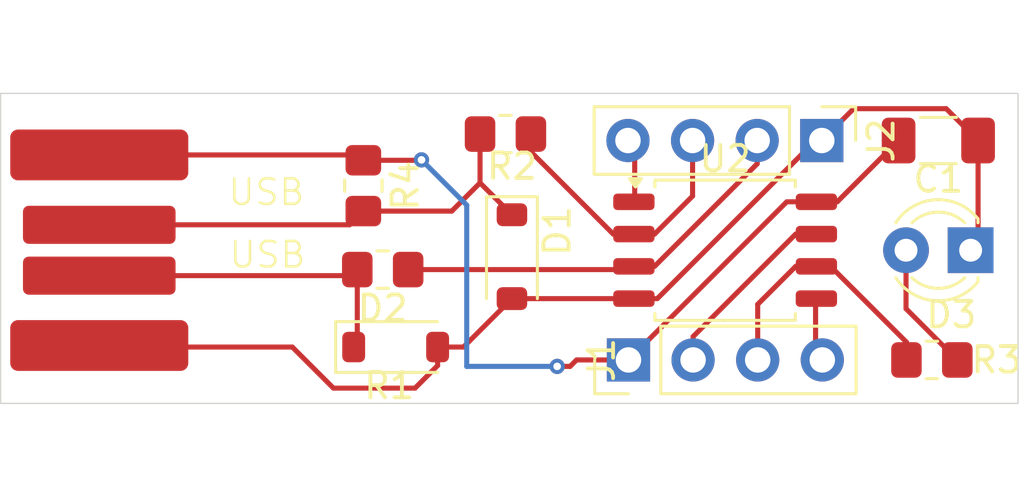
<source format=kicad_pcb>
(kicad_pcb (version 20241229) (generator "pcbnew") (generator_version "9.0")
  (layers (0 "F.Cu" signal) (2 "B.Cu" signal) (13 "F.Paste" user) (15 "B.Paste" user) (5 "F.SilkS" user "F.Silkscreen") (7 "B.SilkS" user "B.Silkscreen") (1 "F.Mask" user) (3 "B.Mask" user) (25 "Edge.Cuts" user))
  (net 0 "")
  (net 1 "GND")
  (net 2 "+5V")
  (net 3 "Net-(D1-K)")
  (net 4 "Net-(D2-K)")
  (net 5 "Net-(D3-A)")
  (net 6 "Net-(J1-Pin_4)")
  (net 7 "Net-(J1-Pin_2)")
  (net 8 "Net-(J1-Pin_3)")
  (net 9 "Net-(J2-Pin_4)")
  (net 10 "Net-(J2-Pin_3)")
  (net 11 "Net-(J2-Pin_2)")
  (footprint "Resistor_SMD:R_0805_2012Metric_Pad1.20x1.40mm_HandSolder" (layer "F.Cu") (at 180.848 88.9 180)
    (property "Reference" "R2" (at -0.254 -1.27 0) (layer "F.SilkS"))
    (property "Value" "68R")
    (fp_line (start -0.227064 0.735) (end 0.227064 0.735) (stroke (width 0.12)) (layer "F.SilkS"))
    (fp_line (start -0.227064 -0.735) (end 0.227064 -0.735) (stroke (width 0.12)) (layer "F.SilkS"))
    (pad "1" smd roundrect (at -1 0 180) (size 1.2 1.4) (layers "F.Cu" "F.Mask" "F.Paste") (roundrect_rratio 0.208333) (net 10 "Net-(J2-Pin_3)"))
    (pad "2" smd roundrect (at 1 0 180) (size 1.2 1.4) (layers "F.Cu" "F.Mask" "F.Paste") (roundrect_rratio 0.208333) (net 3 "Net-(D1-K)"))
  )
  (footprint "LED_THT:LED_D3.0mm" (layer "F.Cu") (at 199.136 93.472 180)
    (property "Reference" "D3" (at 0.762 -2.54 0) (layer "F.SilkS"))
    (property "Value" "LED")
    (fp_line (start -0.29 1.08) (end -0.29 1.236) (stroke (width 0.12)) (layer "F.SilkS"))
    (fp_line (start -0.29 -1.236) (end -0.29 -1.08) (stroke (width 0.12)) (layer "F.SilkS"))
    (fp_arc (start 2.941397 1.080061) (mid 1.365624 1.987701) (end -0.29 1.235516) (stroke (width 0.12)) (layer "F.SilkS"))
    (fp_arc (start 2.31091 1.080049) (mid 1.269964 1.5) (end 0.229039 1.08) (stroke (width 0.12)) (layer "F.SilkS"))
    (fp_arc (start 0.229039 -1.08) (mid 1.269964 -1.5) (end 2.31091 -1.080049) (stroke (width 0.12)) (layer "F.SilkS"))
    (fp_arc (start -0.29 -1.235516) (mid 1.365624 -1.987701) (end 2.941397 -1.080061) (stroke (width 0.12)) (layer "F.SilkS"))
    (pad "1" thru_hole rect (at 0 0 180) (size 1.8 1.8) (drill 0.9) (layers "*.Cu" "*.Mask") (net 1 "GND"))
    (pad "2" thru_hole circle (at 2.54 0 180) (size 1.8 1.8) (drill 0.9) (layers "*.Cu" "*.Mask") (net 5 "Net-(D3-A)"))
  )
  (footprint "Resistor_SMD:R_0805_2012Metric_Pad1.20x1.40mm_HandSolder" (layer "F.Cu") (at 176.022 94.234 180)
    (property "Reference" "R1" (at -0.254 -4.572 0) (layer "F.SilkS"))
    (property "Value" "68R")
    (fp_line (start -0.227064 0.735) (end 0.227064 0.735) (stroke (width 0.12)) (layer "F.SilkS"))
    (fp_line (start -0.227064 -0.735) (end 0.227064 -0.735) (stroke (width 0.12)) (layer "F.SilkS"))
    (pad "1" smd roundrect (at -1 0 180) (size 1.2 1.4) (layers "F.Cu" "F.Mask" "F.Paste") (roundrect_rratio 0.208333) (net 11 "Net-(J2-Pin_2)"))
    (pad "2" smd roundrect (at 1 0 180) (size 1.2 1.4) (layers "F.Cu" "F.Mask" "F.Paste") (roundrect_rratio 0.208333) (net 4 "Net-(D2-K)"))
  )
  (footprint "Capacitor_SMD:C_1206_3216Metric_Pad1.33x1.80mm_HandSolder" (layer "F.Cu") (at 197.866 89.154)
    (property "Reference" "C1" (at 0 1.524 0) (layer "F.SilkS"))
    (property "Value" "100n")
    (fp_line (start -0.711252 -0.91) (end 0.711252 -0.91) (stroke (width 0.12)) (layer "F.SilkS"))
    (fp_line (start -0.711252 0.91) (end 0.711252 0.91) (stroke (width 0.12)) (layer "F.SilkS"))
    (pad "1" smd roundrect (at -1.5625 0) (size 1.325 1.8) (layers "F.Cu" "F.Mask" "F.Paste") (roundrect_rratio 0.188679) (net 2 "+5V"))
    (pad "2" smd roundrect (at 1.5625 0) (size 1.325 1.8) (layers "F.Cu" "F.Mask" "F.Paste") (roundrect_rratio 0.188679) (net 1 "GND"))
  )
  (footprint "Resistor_SMD:R_0805_2012Metric_Pad1.20x1.40mm_HandSolder" (layer "F.Cu") (at 175.26 90.932 -90)
    (property "Reference" "R4" (at 0 -1.65 90) (layer "F.SilkS"))
    (property "Value" "1k5")
    (fp_line (start -0.227064 0.735) (end 0.227064 0.735) (stroke (width 0.12)) (layer "F.SilkS"))
    (fp_line (start -0.227064 -0.735) (end 0.227064 -0.735) (stroke (width 0.12)) (layer "F.SilkS"))
    (pad "1" smd roundrect (at -1 0 270) (size 1.2 1.4) (layers "F.Cu" "F.Mask" "F.Paste") (roundrect_rratio 0.208333) (net 2 "+5V"))
    (pad "2" smd roundrect (at 1 0 270) (size 1.2 1.4) (layers "F.Cu" "F.Mask" "F.Paste") (roundrect_rratio 0.208333) (net 3 "Net-(D1-K)"))
  )
  (footprint "Diode_SMD:D_SOD-123" (layer "F.Cu") (at 181.102 93.726 -90)
    (property "Reference" "D1" (at -1.016 -1.778 90) (layer "F.SilkS"))
    (property "Value" "3V6")
    (fp_line (start -2.36 1) (end 1.65 1) (stroke (width 0.12)) (layer "F.SilkS"))
    (fp_line (start -2.36 -1) (end -2.36 1) (stroke (width 0.12)) (layer "F.SilkS"))
    (fp_line (start -2.36 -1) (end 1.65 -1) (stroke (width 0.12)) (layer "F.SilkS"))
    (pad "1" smd roundrect (at -1.65 0 270) (size 0.9 1.2) (layers "F.Cu" "F.Mask" "F.Paste") (net 3 "Net-(D1-K)"))
    (pad "2" smd roundrect (at 1.65 0 270) (size 0.9 1.2) (layers "F.Cu" "F.Mask" "F.Paste") (net 1 "GND"))
  )
  (footprint "Connector_PinHeader_2.54mm:PinHeader_1x04_P2.54mm_Vertical" (layer "F.Cu") (at 185.684 97.79 90)
    (property "Reference" "J1" (at 0 -1.06 90) (layer "F.SilkS"))
    (property "Value" "Conn_01x04")
    (fp_line (start -1.33 -1.33) (end 0 -1.33) (stroke (width 0.12)) (layer "F.SilkS"))
    (fp_line (start -1.33 0) (end -1.33 -1.33) (stroke (width 0.12)) (layer "F.SilkS"))
    (fp_line (start 1.33 1.27) (end 1.33 8.95) (stroke (width 0.12)) (layer "F.SilkS"))
    (fp_line (start -1.33 1.27) (end 1.33 1.27) (stroke (width 0.12)) (layer "F.SilkS"))
    (fp_line (start -1.33 1.27) (end -1.33 8.95) (stroke (width 0.12)) (layer "F.SilkS"))
    (fp_line (start -1.33 8.95) (end 1.33 8.95) (stroke (width 0.12)) (layer "F.SilkS"))
    (pad "1" thru_hole rect (at 0 0 90) (size 1.7 1.7) (drill 1) (layers "*.Cu" "*.Mask") (net 2 "+5V"))
    (pad "2" thru_hole oval (at 0 2.54 90) (size 1.7 1.7) (drill 1) (layers "*.Cu" "*.Mask") (net 7 "Net-(J1-Pin_2)"))
    (pad "3" thru_hole oval (at 0 5.08 90) (size 1.7 1.7) (drill 1) (layers "*.Cu" "*.Mask") (net 8 "Net-(J1-Pin_3)"))
    (pad "4" thru_hole oval (at 0 7.62 90) (size 1.7 1.7) (drill 1) (layers "*.Cu" "*.Mask") (net 6 "Net-(J1-Pin_4)"))
  )
  (footprint "first_run_lib:PSB_USB_connector" (layer "F.Cu") (at 164.8775 93.472)
    (property "Reference" "USB" (at 6.5725 -2.286 0) (layer "F.SilkS") (effects (font (thickness 0.1))))
    (property "Value" "~")
    (fp_text user "USB" (at 5.0485 0.762 0) (layer "F.SilkS") (effects (font (thickness 0.1)) (justify left bottom)))
    (pad "1" smd roundrect (at 0 -3.75) (size 7 2) (layers "F.Cu" "F.Mask" "F.Paste") (roundrect_rratio 0.15) (net 2 "+5V"))
    (pad "2" smd roundrect (at 0 -1) (size 6 1.5) (layers "F.Cu" "F.Mask" "F.Paste") (roundrect_rratio 0.15) (net 3 "Net-(D1-K)"))
    (pad "3" smd roundrect (at 0 1) (size 6 1.5) (layers "F.Cu" "F.Mask" "F.Paste") (roundrect_rratio 0.15) (net 4 "Net-(D2-K)"))
    (pad "4" smd roundrect (at 0 3.75) (size 7 2) (layers "F.Cu" "F.Mask" "F.Paste") (roundrect_rratio 0.15) (net 1 "GND"))
  )
  (footprint "Diode_SMD:D_SOD-123" (layer "F.Cu") (at 176.53 97.282)
    (property "Reference" "D2" (at -0.508 -1.524 0) (layer "F.SilkS"))
    (property "Value" "3V6")
    (fp_line (start -2.36 -1) (end -2.36 1) (stroke (width 0.12)) (layer "F.SilkS"))
    (fp_line (start -2.36 -1) (end 1.65 -1) (stroke (width 0.12)) (layer "F.SilkS"))
    (fp_line (start -2.36 1) (end 1.65 1) (stroke (width 0.12)) (layer "F.SilkS"))
    (pad "1" smd roundrect (at -1.65 0) (size 0.9 1.2) (layers "F.Cu" "F.Mask" "F.Paste") (net 4 "Net-(D2-K)"))
    (pad "2" smd roundrect (at 1.65 0) (size 0.9 1.2) (layers "F.Cu" "F.Mask" "F.Paste") (net 1 "GND"))
  )
  (footprint "Connector_PinHeader_2.54mm:PinHeader_1x04_P2.54mm_Vertical" (layer "F.Cu") (at 193.284 89.154 -90)
    (property "Reference" "J2" (at 0 -2.33 90) (layer "F.SilkS"))
    (property "Value" "Conn_01x04")
    (fp_line (start -1.33 8.95) (end 1.33 8.95) (stroke (width 0.12)) (layer "F.SilkS"))
    (fp_line (start -1.33 1.27) (end -1.33 8.95) (stroke (width 0.12)) (layer "F.SilkS"))
    (fp_line (start -1.33 1.27) (end 1.33 1.27) (stroke (width 0.12)) (layer "F.SilkS"))
    (fp_line (start 1.33 1.27) (end 1.33 8.95) (stroke (width 0.12)) (layer "F.SilkS"))
    (fp_line (start -1.33 0) (end -1.33 -1.33) (stroke (width 0.12)) (layer "F.SilkS"))
    (fp_line (start -1.33 -1.33) (end 0 -1.33) (stroke (width 0.12)) (layer "F.SilkS"))
    (pad "1" thru_hole rect (at 0 0 270) (size 1.7 1.7) (drill 1) (layers "*.Cu" "*.Mask") (net 1 "GND"))
    (pad "2" thru_hole oval (at 0 2.54 270) (size 1.7 1.7) (drill 1) (layers "*.Cu" "*.Mask") (net 11 "Net-(J2-Pin_2)"))
    (pad "3" thru_hole oval (at 0 5.08 270) (size 1.7 1.7) (drill 1) (layers "*.Cu" "*.Mask") (net 10 "Net-(J2-Pin_3)"))
    (pad "4" thru_hole oval (at 0 7.62 270) (size 1.7 1.7) (drill 1) (layers "*.Cu" "*.Mask") (net 9 "Net-(J2-Pin_4)"))
  )
  (footprint "Package_SO:SOIC-8_5.3x5.3mm_P1.27mm" (layer "F.Cu") (at 189.484 93.472)
    (property "Reference" "U2" (at 0 -3.6 0) (layer "F.SilkS"))
    (property "Value" "ATtiny85-20S")
    (fp_line (start -2.76 -2.76) (end -2.76 -2.49) (stroke (width 0.12)) (layer "F.SilkS"))
    (fp_line (start -2.76 2.76) (end -2.76 2.49) (stroke (width 0.12)) (layer "F.SilkS"))
    (fp_line (start 0 -2.76) (end -2.76 -2.76) (stroke (width 0.12)) (layer "F.SilkS"))
    (fp_line (start 0 -2.76) (end 2.76 -2.76) (stroke (width 0.12)) (layer "F.SilkS"))
    (fp_line (start 0 2.76) (end -2.76 2.76) (stroke (width 0.12)) (layer "F.SilkS"))
    (fp_line (start 0 2.76) (end 2.76 2.76) (stroke (width 0.12)) (layer "F.SilkS"))
    (fp_line (start 2.76 -2.76) (end 2.76 -2.49) (stroke (width 0.12)) (layer "F.SilkS"))
    (fp_line (start 2.76 2.76) (end 2.76 2.49) (stroke (width 0.12)) (layer "F.SilkS"))
    (fp_poly (pts (xy -3.525 -2.49) (xy -3.765 -2.82) (xy -3.285 -2.82) (xy -3.525 -2.49)) (stroke (width 0.12)) (fill yes) (layer "F.SilkS"))
    (pad "1" smd roundrect (at -3.5875 -1.905) (size 1.625 0.65) (layers "F.Cu" "F.Mask" "F.Paste") (net 9 "Net-(J2-Pin_4)"))
    (pad "2" smd roundrect (at -3.5875 -0.635) (size 1.625 0.65) (layers "F.Cu" "F.Mask" "F.Paste") (net 10 "Net-(J2-Pin_3)"))
    (pad "3" smd roundrect (at -3.5875 0.635) (size 1.625 0.65) (layers "F.Cu" "F.Mask" "F.Paste") (net 11 "Net-(J2-Pin_2)"))
    (pad "4" smd roundrect (at -3.5875 1.905) (size 1.625 0.65) (layers "F.Cu" "F.Mask" "F.Paste") (net 1 "GND"))
    (pad "5" smd roundrect (at 3.5875 1.905) (size 1.625 0.65) (layers "F.Cu" "F.Mask" "F.Paste") (net 6 "Net-(J1-Pin_4)"))
    (pad "6" smd roundrect (at 3.5875 0.635) (size 1.625 0.65) (layers "F.Cu" "F.Mask" "F.Paste") (net 8 "Net-(J1-Pin_3)"))
    (pad "7" smd roundrect (at 3.5875 -0.635) (size 1.625 0.65) (layers "F.Cu" "F.Mask" "F.Paste") (net 7 "Net-(J1-Pin_2)"))
    (pad "8" smd roundrect (at 3.5875 -1.905) (size 1.625 0.65) (layers "F.Cu" "F.Mask" "F.Paste") (net 2 "+5V"))
  )
  (footprint "Resistor_SMD:R_0805_2012Metric_Pad1.20x1.40mm_HandSolder" (layer "F.Cu") (at 197.612 97.79 180)
    (property "Reference" "R3" (at -2.54 0 0) (layer "F.SilkS"))
    (property "Value" "330R")
    (fp_line (start -0.227064 0.735) (end 0.227064 0.735) (stroke (width 0.12)) (layer "F.SilkS"))
    (fp_line (start -0.227064 -0.735) (end 0.227064 -0.735) (stroke (width 0.12)) (layer "F.SilkS"))
    (pad "1" smd roundrect (at -1 0 180) (size 1.2 1.4) (layers "F.Cu" "F.Mask" "F.Paste") (roundrect_rratio 0.208333) (net 5 "Net-(D3-A)"))
    (pad "2" smd roundrect (at 1 0 180) (size 1.2 1.4) (layers "F.Cu" "F.Mask" "F.Paste") (roundrect_rratio 0.208333) (net 8 "Net-(J1-Pin_3)"))
  )
  (gr_rect (start 161 87.3) (end 201 99.5) (stroke (width 0.05)) (fill no) (layer "Edge.Cuts"))
  (segment (start 178.18 98.011) (end 178.18 97.282) (width 0.2) (layer "F.Cu") (net 1))
  (segment (start 181.482 95.376) (end 181.483 95.377) (width 0.2) (layer "F.Cu") (net 1))
  (segment (start 193.04 89.154) (end 193.284 89.154) (width 0.2) (layer "F.Cu") (net 1))
  (segment (start 199.4285 93.1795) (end 199.136 93.472) (width 0.2) (layer "F.Cu") (net 1))
  (segment (start 185.8965 95.377) (end 186.817 95.377) (width 0.2) (layer "F.Cu") (net 1))
  (segment (start 198.1755 87.901) (end 199.4285 89.154) (width 0.2) (layer "F.Cu") (net 1))
  (segment (start 164.8775 97.222) (end 164.9375 97.282) (width 0.2) (layer "F.Cu") (net 1))
  (segment (start 194.537 87.901) (end 198.1755 87.901) (width 0.2) (layer "F.Cu") (net 1))
  (segment (start 181.102 95.376) (end 181.482 95.376) (width 0.2) (layer "F.Cu") (net 1))
  (segment (start 193.284 89.154) (end 194.537 87.901) (width 0.2) (layer "F.Cu") (net 1))
  (segment (start 179.196 97.282) (end 181.102 95.376) (width 0.2) (layer "F.Cu") (net 1))
  (segment (start 164.9375 97.282) (end 172.466 97.282) (width 0.2) (layer "F.Cu") (net 1))
  (segment (start 199.4285 89.154) (end 199.4285 93.1795) (width 0.2) (layer "F.Cu") (net 1))
  (segment (start 172.466 97.282) (end 174.083 98.899) (width 0.2) (layer "F.Cu") (net 1))
  (segment (start 178.18 97.282) (end 179.196 97.282) (width 0.2) (layer "F.Cu") (net 1))
  (segment (start 177.292 98.899) (end 178.18 98.011) (width 0.2) (layer "F.Cu") (net 1))
  (segment (start 181.483 95.377) (end 185.8965 95.377) (width 0.2) (layer "F.Cu") (net 1))
  (segment (start 174.083 98.899) (end 177.292 98.899) (width 0.2) (layer "F.Cu") (net 1))
  (segment (start 186.817 95.377) (end 193.04 89.154) (width 0.2) (layer "F.Cu") (net 1))
  (segment (start 164.8775 89.722) (end 175.05 89.722) (width 0.2) (layer "F.Cu") (net 2))
  (segment (start 193.0715 91.567) (end 191.907 91.567) (width 0.2) (layer "F.Cu") (net 2))
  (segment (start 182.88 98.044) (end 183.388 98.044) (width 0.2) (layer "F.Cu") (net 2))
  (segment (start 191.907 91.567) (end 185.684 97.79) (width 0.2) (layer "F.Cu") (net 2))
  (segment (start 175.05 89.722) (end 175.26 89.932) (width 0.2) (layer "F.Cu") (net 2))
  (segment (start 183.642 97.79) (end 185.684 97.79) (width 0.2) (layer "F.Cu") (net 2))
  (segment (start 175.26 89.932) (end 177.53 89.932) (width 0.2) (layer "F.Cu") (net 2))
  (segment (start 183.388 98.044) (end 183.642 97.79) (width 0.2) (layer "F.Cu") (net 2))
  (segment (start 177.53 89.932) (end 177.546 89.916) (width 0.2) (layer "F.Cu") (net 2))
  (segment (start 193.8905 91.567) (end 196.3035 89.154) (width 0.2) (layer "F.Cu") (net 2))
  (segment (start 193.0715 91.567) (end 193.8905 91.567) (width 0.2) (layer "F.Cu") (net 2))
  (via (at 182.88 98.044) (size 0.6) (drill 0.3) (layers "F.Cu" "B.Cu") (net 2))
  (via (at 177.546 89.916) (size 0.6) (drill 0.3) (layers "F.Cu" "B.Cu") (net 2))
  (segment (start 179.324 98.044) (end 182.88 98.044) (width 0.2) (layer "B.Cu") (net 2))
  (segment (start 179.324 91.694) (end 179.324 98.044) (width 0.2) (layer "B.Cu") (net 2))
  (segment (start 177.546 89.916) (end 179.324 91.694) (width 0.2) (layer "B.Cu") (net 2))
  (segment (start 174.72 92.472) (end 175.26 91.932) (width 0.2) (layer "F.Cu") (net 3))
  (segment (start 175.26 91.932) (end 178.738 91.932) (width 0.2) (layer "F.Cu") (net 3))
  (segment (start 179.848 88.9) (end 179.848 90.822) (width 0.2) (layer "F.Cu") (net 3))
  (segment (start 164.8775 92.472) (end 174.72 92.472) (width 0.2) (layer "F.Cu") (net 3))
  (segment (start 178.738 91.932) (end 179.848 90.822) (width 0.2) (layer "F.Cu") (net 3))
  (segment (start 179.848 90.822) (end 181.102 92.076) (width 0.2) (layer "F.Cu") (net 3))
  (segment (start 174.784 94.472) (end 175.022 94.234) (width 0.2) (layer "F.Cu") (net 4))
  (segment (start 164.8775 94.472) (end 174.784 94.472) (width 0.2) (layer "F.Cu") (net 4))
  (segment (start 175.022 97.14) (end 174.88 97.282) (width 0.2) (layer "F.Cu") (net 4))
  (segment (start 175.022 94.234) (end 175.022 97.14) (width 0.2) (layer "F.Cu") (net 4))
  (segment (start 196.596 93.472) (end 196.596 95.774) (width 0.2) (layer "F.Cu") (net 5))
  (segment (start 196.596 95.774) (end 198.612 97.79) (width 0.2) (layer "F.Cu") (net 5))
  (segment (start 193.04 97.526) (end 193.04 95.4085) (width 0.2) (layer "F.Cu") (net 6))
  (segment (start 193.304 97.79) (end 193.04 97.526) (width 0.2) (layer "F.Cu") (net 6))
  (segment (start 193.04 95.4085) (end 193.0715 95.377) (width 0.2) (layer "F.Cu") (net 6))
  (segment (start 188.224 96.872001) (end 188.224 97.79) (width 0.2) (layer "F.Cu") (net 7))
  (segment (start 193.0715 92.837) (end 192.259001 92.837) (width 0.2) (layer "F.Cu") (net 7))
  (segment (start 192.259001 92.837) (end 188.224 96.872001) (width 0.2) (layer "F.Cu") (net 7))
  (segment (start 193.0715 94.107) (end 192.259001 94.107) (width 0.2) (layer "F.Cu") (net 8))
  (segment (start 193.629 94.107) (end 193.0715 94.107) (width 0.2) (layer "F.Cu") (net 8))
  (segment (start 196.612 97.09) (end 193.629 94.107) (width 0.2) (layer "F.Cu") (net 8))
  (segment (start 196.612 97.79) (end 196.612 97.09) (width 0.2) (layer "F.Cu") (net 8))
  (segment (start 192.259001 94.107) (end 190.764 95.602001) (width 0.2) (layer "F.Cu") (net 8))
  (segment (start 190.764 95.602001) (end 190.764 97.79) (width 0.2) (layer "F.Cu") (net 8))
  (segment (start 185.928 91.5355) (end 185.8965 91.567) (width 0.2) (layer "F.Cu") (net 9))
  (segment (start 185.928 89.418) (end 185.928 91.5355) (width 0.2) (layer "F.Cu") (net 9))
  (segment (start 185.664 89.154) (end 185.928 89.418) (width 0.2) (layer "F.Cu") (net 9))
  (segment (start 181.848 89.6) (end 185.085 92.837) (width 0.2) (layer "F.Cu") (net 10))
  (segment (start 186.708999 92.837) (end 188.204 91.341999) (width 0.2) (layer "F.Cu") (net 10))
  (segment (start 185.085 92.837) (end 185.8965 92.837) (width 0.2) (layer "F.Cu") (net 10))
  (segment (start 188.204 91.341999) (end 188.204 89.154) (width 0.2) (layer "F.Cu") (net 10))
  (segment (start 181.848 88.9) (end 181.848 89.6) (width 0.2) (layer "F.Cu") (net 10))
  (segment (start 185.8965 92.837) (end 186.708999 92.837) (width 0.2) (layer "F.Cu") (net 10))
  (segment (start 190.744 90.071999) (end 190.744 89.154) (width 0.2) (layer "F.Cu") (net 11))
  (segment (start 185.7695 94.234) (end 185.8965 94.107) (width 0.2) (layer "F.Cu") (net 11))
  (segment (start 177.022 94.234) (end 185.7695 94.234) (width 0.2) (layer "F.Cu") (net 11))
  (segment (start 185.8965 94.107) (end 186.708999 94.107) (width 0.2) (layer "F.Cu") (net 11))
  (segment (start 186.708999 94.107) (end 190.744 90.071999) (width 0.2) (layer "F.Cu") (net 11))
)
</source>
